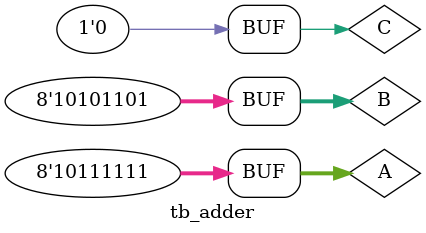
<source format=v>
`timescale 1ns / 1ps


module tb_adder;

	// Inputs
	reg [7:0] A;
	reg [7:0] B;
	reg C;

	// Outputs
	wire [7:0] sum;
	wire carry;

	// Instantiate the Unit Under Test (UUT)
	adder_8bit uut (
		.A(A), 
		.B(B), 
		.C(C), 
		.sum(sum), 
		.carry(carry)
	);

	initial begin
		// Initialize Inputs
		A = 8'b00000000;
	#15 A = 8'b00000001;
	#10 A = 8'b00000010;
	#20 A = 8'b00010000;
	#15 A = 8'b00100000;
	#5 A = 8'b01100100;
	#10 A = 8'b00111100;
	#25 A = 8'b10101010;
	#5 A = 8'b10111111;
	end
	initial begin
		B = 8'b00010000;
	#10 B = 8'b00010010;
	#20 B = 8'b01110010;
	#10 B = 8'b00010010;
	#15 B = 8'b11010010;
	#25 B = 8'b11100101;
	#10 B = 8'b00100100;
	#15 B = 8'b11100010;
	#5 B = 8'b10101101;
	end
	initial begin
		C = 1'b0;
	#20 C = 1'b1;
	#10 C = 1'b0;
	#15 C = 1'b1;
	#20 C = 1'b0;
	#10 C = 1'b1;
	#15 C = 1'b0;
	#25 C = 1'b1;
	#5 C = 1'b0;
	end
      
endmodule


</source>
